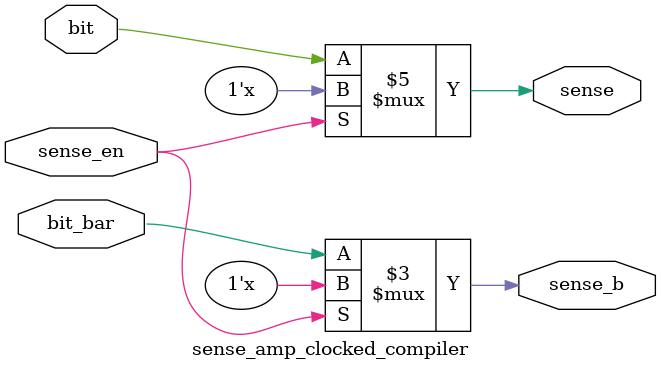
<source format=v>


module sense_amp_clocked_compiler ( sense, sense_b, bit, bit_bar, sense_en );


  input sense_en;
  output reg sense_b;
  output reg sense;
  input bit;
  input bit_bar;

  always @ (sense_en or bit) begin
    if (!sense_en) begin
		sense <= bit;
		sense_b <= bit_bar;
	end
  end

endmodule

</source>
